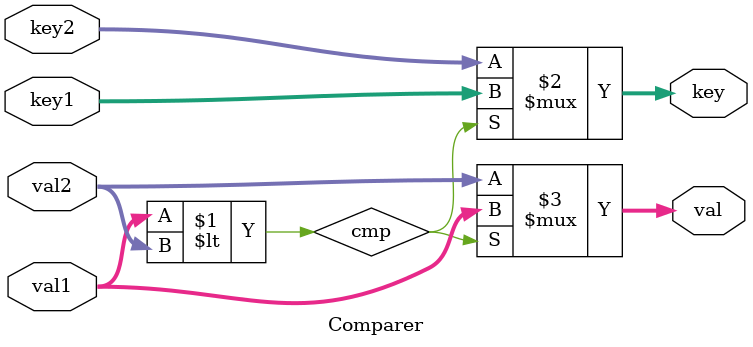
<source format=sv>
module Comparer #(
    KEY_WIDTH = 8,
    VAL_WIDTH = 32
) (
    input logic [KEY_WIDTH - 1:0] key1, key2,
    input logic [VAL_WIDTH - 1:0] val1, val2,
    output logic [KEY_WIDTH - 1:0] key,
    output logic [VAL_WIDTH - 1:0] val
);
    logic cmp;
    assign cmp = val1 < val2;

    assign key = cmp ? key1 : key2;
    assign val = cmp ? val1 : val2;
endmodule
</source>
